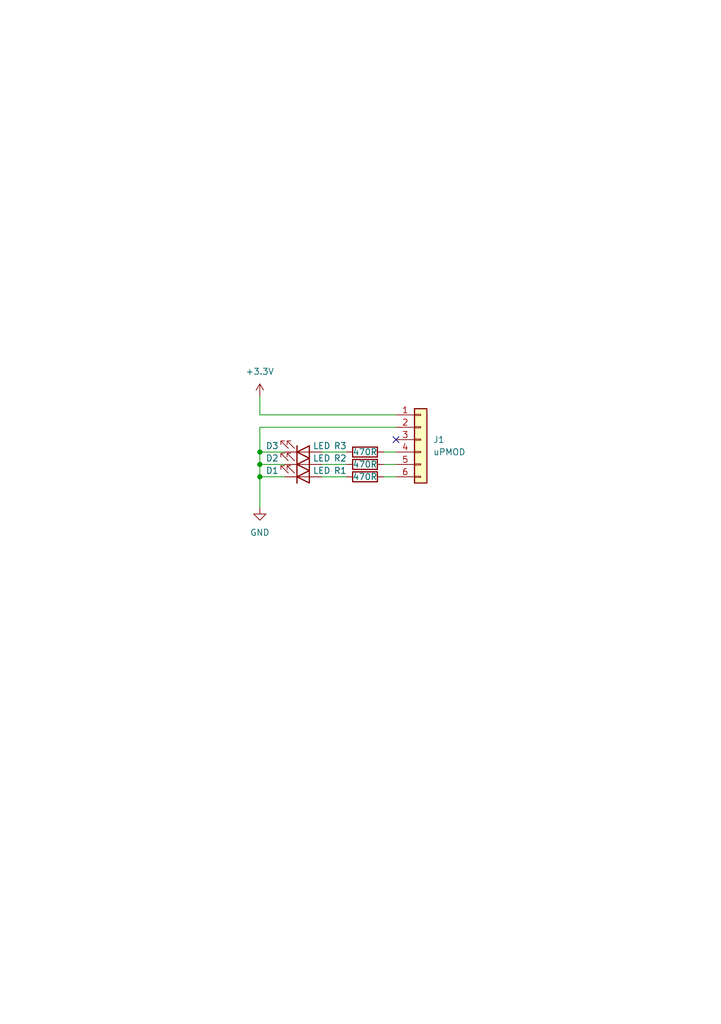
<source format=kicad_sch>
(kicad_sch (version 20230121) (generator eeschema)
  (paper "A5" portrait)
  (title_block (title "uPMOD Traffic Lights") (date "2023-10-15") (rev "0x01") (company "vitaly.codes"))
  (lib_symbols
    (symbol "Connector_Generic:Conn_01x06" (pin_names (offset 1.016) hide)
      (property "Reference" "J" (at 0 7.62 0))
      (property "Value" "Conn_01x06" (at 0 -10.16 0))
      (symbol "Conn_01x06_1_1"
        (rectangle (start -1.27 -7.493) (end 0 -7.747) (stroke (width 0.1524)))
        (rectangle (start -1.27 -4.953) (end 0 -5.207) (stroke (width 0.1524)))
        (rectangle (start -1.27 -2.413) (end 0 -2.667) (stroke (width 0.1524)))
        (rectangle (start -1.27 0.127) (end 0 -0.127) (stroke (width 0.1524)))
        (rectangle (start -1.27 2.667) (end 0 2.413) (stroke (width 0.1524)))
        (rectangle (start -1.27 5.207) (end 0 4.953) (stroke (width 0.1524)))
        (rectangle (start -1.27 6.35) (end 1.27 -8.89) (stroke (width 0.254)) (fill (type background)))
        (pin passive line (at -5.08 5.08 0) (length 3.81) (name "Pin_1") (number "1"))
        (pin passive line (at -5.08 2.54 0) (length 3.81) (name "Pin_2") (number "2"))
        (pin passive line (at -5.08 0 0) (length 3.81) (name "Pin_3") (number "3"))
        (pin passive line (at -5.08 -2.54 0) (length 3.81) (name "Pin_4") (number "4"))
        (pin passive line (at -5.08 -5.08 0) (length 3.81) (name "Pin_5") (number "5"))
        (pin passive line (at -5.08 -7.62 0) (length 3.81) (name "Pin_6") (number "6"))
      )
    )
    (symbol "Device:LED" (pin_numbers hide) (pin_names (offset 1.016) hide)
      (property "Reference" "D" (at 0 2.54 0))
      (property "Value" "LED" (at 0 -2.54 0))
      (symbol "LED_0_1"
        (polyline (pts (xy -1.27 -1.27) (xy -1.27 1.27)) (stroke (width 0.254)))
        (polyline (pts (xy -1.27 0) (xy 1.27 0)))
        (polyline (pts (xy 1.27 -1.27) (xy 1.27 1.27) (xy -1.27 0) (xy 1.27 -1.27)) (stroke (width 0.254)))
        (polyline (pts (xy -3.048 -0.762) (xy -4.572 -2.286) (xy -3.81 -2.286) (xy -4.572 -2.286) (xy -4.572 -1.524)))
        (polyline (pts (xy -1.778 -0.762) (xy -3.302 -2.286) (xy -2.54 -2.286) (xy -3.302 -2.286) (xy -3.302 -1.524)))
      )
      (symbol "LED_1_1"
        (pin passive line (at -3.81 0 0) (length 2.54) (name "K") (number "1"))
        (pin passive line (at 3.81 0 180) (length 2.54) (name "A") (number "2"))
      )
    )
    (symbol "Device:R" (pin_numbers hide) (pin_names (offset 0))
      (property "Reference" "R" (at 2.032 0 90))
      (property "Value" "R" (at 0 0 90))
      (symbol "R_0_1"
        (rectangle (start -1.016 -2.54) (end 1.016 2.54) (stroke (width 0.254)))
      )
      (symbol "R_1_1"
        (pin passive line (at 0 3.81 270) (length 1.27) (name "~") (number "1"))
        (pin passive line (at 0 -3.81 90) (length 1.27) (name "~") (number "2"))
      )
    )
    (symbol "power:+3.3V" (power) (pin_names (offset 0))
      (property "Value" "+3.3V" (at 0 3.556 0))
      (symbol "+3.3V_0_1"
        (polyline (pts (xy -0.762 1.27) (xy 0 2.54)))
        (polyline (pts (xy 0 0) (xy 0 2.54)))
        (polyline (pts (xy 0 2.54) (xy 0.762 1.27)))
      )
      (symbol "+3.3V_1_1"
        (pin power_in line (at 0 0 90) (length 0) hide (name "+3.3V") (number "1"))
      )
    )
    (symbol "power:GND" (power) (pin_names (offset 0))
      (property "Value" "GND" (at 0 -3.81 0))
      (symbol "GND_0_1"
        (polyline (pts (xy 0 0) (xy 0 -1.27) (xy 1.27 -1.27) (xy 0 -2.54) (xy -1.27 -1.27) (xy 0 -1.27)))
      )
      (symbol "GND_1_1"
        (pin power_in line (at 0 0 270) (length 0) hide (name "GND") (number "1"))
      )
    )
  )
  (junction (at 53.34 95.25))
  (junction (at 53.34 92.71))
  (junction (at 53.34 97.79))
  (no_connect (at 81.28 90.17))
  (wire (pts (xy 53.34 92.71) (xy 58.42 92.71)))
  (wire (pts (xy 53.34 97.79) (xy 53.34 95.25)))
  (wire (pts (xy 78.74 92.71) (xy 81.28 92.71)))
  (wire (pts (xy 53.34 81.28) (xy 53.34 85.09)))
  (wire (pts (xy 53.34 104.14) (xy 53.34 97.79)))
  (wire (pts (xy 53.34 87.63) (xy 81.28 87.63)))
  (wire (pts (xy 53.34 95.25) (xy 58.42 95.25)))
  (wire (pts (xy 78.74 97.79) (xy 81.28 97.79)))
  (wire (pts (xy 66.04 95.25) (xy 71.12 95.25)))
  (wire (pts (xy 53.34 95.25) (xy 53.34 92.71)))
  (wire (pts (xy 66.04 92.71) (xy 71.12 92.71)))
  (wire (pts (xy 53.34 92.71) (xy 53.34 87.63)))
  (wire (pts (xy 53.34 85.09) (xy 81.28 85.09)))
  (wire (pts (xy 78.74 95.25) (xy 81.28 95.25)))
  (wire (pts (xy 66.04 97.79) (xy 71.12 97.79)))
  (wire (pts (xy 53.34 97.79) (xy 58.42 97.79)))
  (symbol (lib_id "Device:LED") (at 62.23 97.79 0) (mirror x) (unit 1)
    (property "Reference" "D1" (at 55.88 96.52 0))
    (property "Value" "LED" (at 66.04 96.52 0))
    (property "Footprint" "LED_THT:LED_Rectangular_W5.0mm_H5.0mm" (effects hide))
  )
  (symbol (lib_id "Connector_Generic:Conn_01x06") (at 86.36 90.17 0) (unit 1)
    (property "Reference" "J1" (at 88.9 90.17 0) (effects (justify left)))
    (property "Value" "uPMOD" (at 88.9 92.71 0) (effects (justify left)))
    (property "Footprint" "Connector_PinHeader_2.54mm:PinHeader_1x06_P2.54mm_Horizontal" (effects hide))
  )
  (symbol (lib_id "Device:LED") (at 62.23 95.25 0) (mirror x) (unit 1)
    (property "Reference" "D2" (at 55.88 93.98 0))
    (property "Value" "LED" (at 66.04 93.98 0))
    (property "Footprint" "LED_THT:LED_Rectangular_W5.0mm_H5.0mm" (effects hide))
  )
  (symbol (lib_id "Device:R") (at 74.93 92.71 90) (unit 1)
    (property "Reference" "R3" (at 69.85 91.44 90))
    (property "Value" "470R" (at 74.93 92.71 90))
    (property "Footprint" "Resistor_SMD:R_0603_1608Metric_Pad0.98x0.95mm_HandSolder" (effects hide))
  )
  (symbol (lib_id "power:GND") (at 53.34 104.14 0) (unit 1)
    (property "Reference" "#PWR01" (effects hide))
    (property "Value" "GND" (at 53.34 109.22 0))
  )
  (symbol (lib_id "Device:R") (at 74.93 97.79 90) (unit 1)
    (property "Reference" "R1" (at 69.85 96.52 90))
    (property "Value" "470R" (at 74.93 97.79 90))
    (property "Footprint" "Resistor_SMD:R_0603_1608Metric_Pad0.98x0.95mm_HandSolder" (effects hide))
  )
  (symbol (lib_id "Device:R") (at 74.93 95.25 90) (unit 1)
    (property "Reference" "R2" (at 69.85 93.98 90))
    (property "Value" "470R" (at 74.93 95.25 90))
    (property "Footprint" "Resistor_SMD:R_0603_1608Metric_Pad0.98x0.95mm_HandSolder" (effects hide))
  )
  (symbol (lib_id "Device:LED") (at 62.23 92.71 0) (mirror x) (unit 1)
    (property "Reference" "D3" (at 55.88 91.44 0))
    (property "Value" "LED" (at 66.04 91.44 0))
    (property "Footprint" "LED_THT:LED_Rectangular_W5.0mm_H5.0mm" (effects hide))
  )
  (symbol (lib_id "power:+3.3V") (at 53.34 81.28 0) (unit 1)
    (property "Reference" "#PWR02" (effects hide))
    (property "Value" "+3.3V" (at 53.34 76.2 0))
  )
)
</source>
